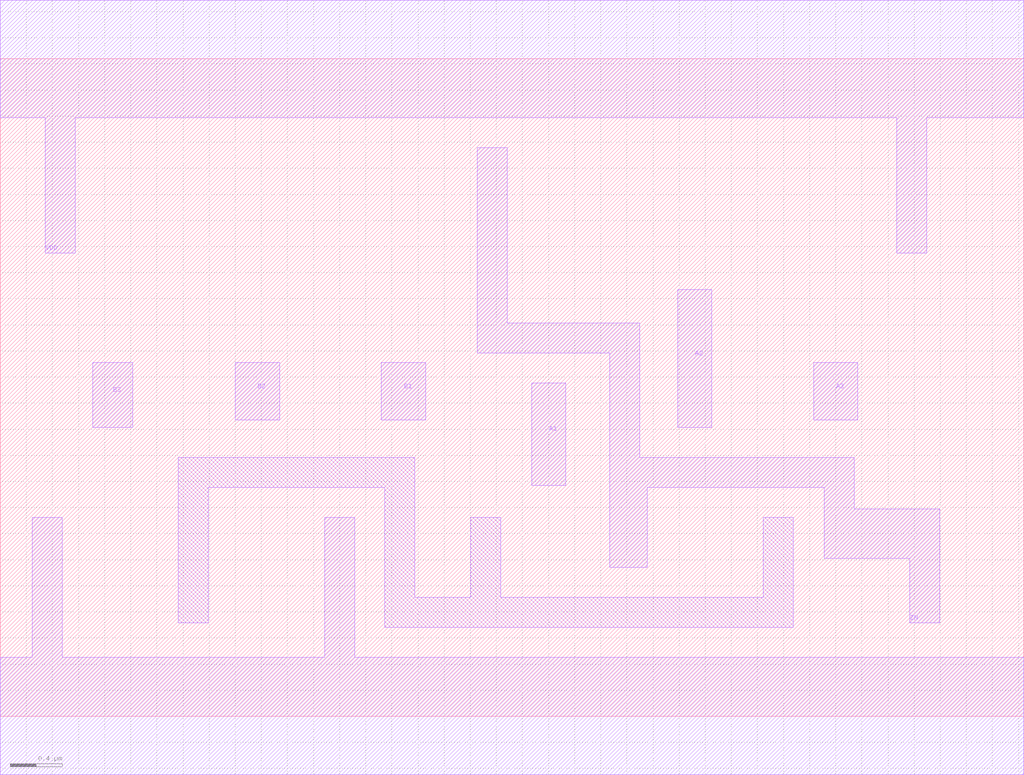
<source format=lef>
# Copyright 2022 GlobalFoundries PDK Authors
#
# Licensed under the Apache License, Version 2.0 (the "License");
# you may not use this file except in compliance with the License.
# You may obtain a copy of the License at
#
#      http://www.apache.org/licenses/LICENSE-2.0
#
# Unless required by applicable law or agreed to in writing, software
# distributed under the License is distributed on an "AS IS" BASIS,
# WITHOUT WARRANTIES OR CONDITIONS OF ANY KIND, either express or implied.
# See the License for the specific language governing permissions and
# limitations under the License.

MACRO gf180mcu_fd_sc_mcu9t5v0__oai33_1
  CLASS core ;
  FOREIGN gf180mcu_fd_sc_mcu9t5v0__oai33_1 0.0 0.0 ;
  ORIGIN 0 0 ;
  SYMMETRY X Y ;
  SITE GF018hv5v_green_sc9 ;
  SIZE 7.84 BY 5.04 ;
  PIN A1
    DIRECTION INPUT ;
    ANTENNAGATEAREA 1.707 ;
    PORT
      LAYER Metal1 ;
        POLYGON 4.07 1.77 4.33 1.77 4.33 2.555 4.07 2.555  ;
    END
  END A1
  PIN A2
    DIRECTION INPUT ;
    ANTENNAGATEAREA 1.707 ;
    PORT
      LAYER Metal1 ;
        POLYGON 5.19 2.215 5.45 2.215 5.45 3.27 5.19 3.27  ;
    END
  END A2
  PIN A3
    DIRECTION INPUT ;
    ANTENNAGATEAREA 1.707 ;
    PORT
      LAYER Metal1 ;
        POLYGON 6.23 2.27 6.57 2.27 6.57 2.71 6.23 2.71  ;
    END
  END A3
  PIN B1
    DIRECTION INPUT ;
    ANTENNAGATEAREA 1.707 ;
    PORT
      LAYER Metal1 ;
        POLYGON 2.92 2.27 3.26 2.27 3.26 2.71 2.92 2.71  ;
    END
  END B1
  PIN B2
    DIRECTION INPUT ;
    ANTENNAGATEAREA 1.707 ;
    PORT
      LAYER Metal1 ;
        POLYGON 1.8 2.27 2.14 2.27 2.14 2.71 1.8 2.71  ;
    END
  END B2
  PIN B3
    DIRECTION INPUT ;
    ANTENNAGATEAREA 1.707 ;
    PORT
      LAYER Metal1 ;
        POLYGON 0.71 2.215 1.015 2.215 1.015 2.71 0.71 2.71  ;
    END
  END B3
  PIN ZN
    DIRECTION OUTPUT ;
    ANTENNADIFFAREA 2.4018 ;
    PORT
      LAYER Metal1 ;
        POLYGON 3.655 2.785 4.67 2.785 4.67 1.14 4.955 1.14 4.955 1.755 6.075 1.755 6.31 1.755 6.31 1.21 6.965 1.21 6.965 0.715 7.195 0.715 7.195 1.59 6.54 1.59 6.54 1.985 6.075 1.985 4.9 1.985 4.9 3.015 3.885 3.015 3.885 4.36 3.655 4.36  ;
    END
  END ZN
  PIN VDD
    DIRECTION INOUT ;
    USE power ;
    SHAPE ABUTMENT ;
    PORT
      LAYER Metal1 ;
        POLYGON 0 4.59 0.345 4.59 0.345 3.55 0.575 3.55 0.575 4.59 6.075 4.59 6.865 4.59 6.865 3.55 7.095 3.55 7.095 4.59 7.84 4.59 7.84 5.49 6.075 5.49 0 5.49  ;
    END
  END VDD
  PIN VSS
    DIRECTION INOUT ;
    USE ground ;
    SHAPE ABUTMENT ;
    PORT
      LAYER Metal1 ;
        POLYGON 0 -0.45 7.84 -0.45 7.84 0.45 2.715 0.45 2.715 1.525 2.485 1.525 2.485 0.45 0.475 0.45 0.475 1.525 0.245 1.525 0.245 0.45 0 0.45  ;
    END
  END VSS
  OBS
      LAYER Metal1 ;
        POLYGON 1.365 0.715 1.595 0.715 1.595 1.755 2.945 1.755 2.945 0.68 6.075 0.68 6.075 1.525 5.845 1.525 5.845 0.91 3.835 0.91 3.835 1.525 3.605 1.525 3.605 0.91 3.175 0.91 3.175 1.985 1.365 1.985  ;
  END
END gf180mcu_fd_sc_mcu9t5v0__oai33_1

</source>
